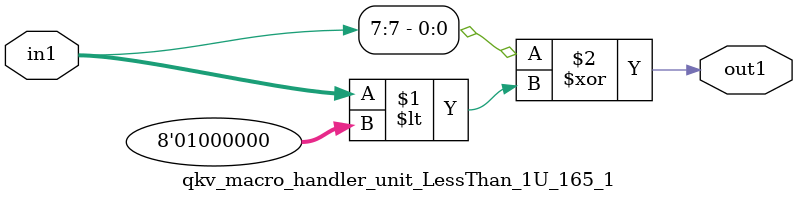
<source format=v>

`timescale 1ps / 1ps


module qkv_macro_handler_unit_LessThan_1U_165_1( in1, out1 );

    input [7:0] in1;
    output out1;

    
    // rtl_process:qkv_macro_handler_unit_LessThan_1U_165_1/qkv_macro_handler_unit_LessThan_1U_165_1_thread_1
    assign out1 = (in1[7] ^ in1 < 8'd064);

endmodule


</source>
